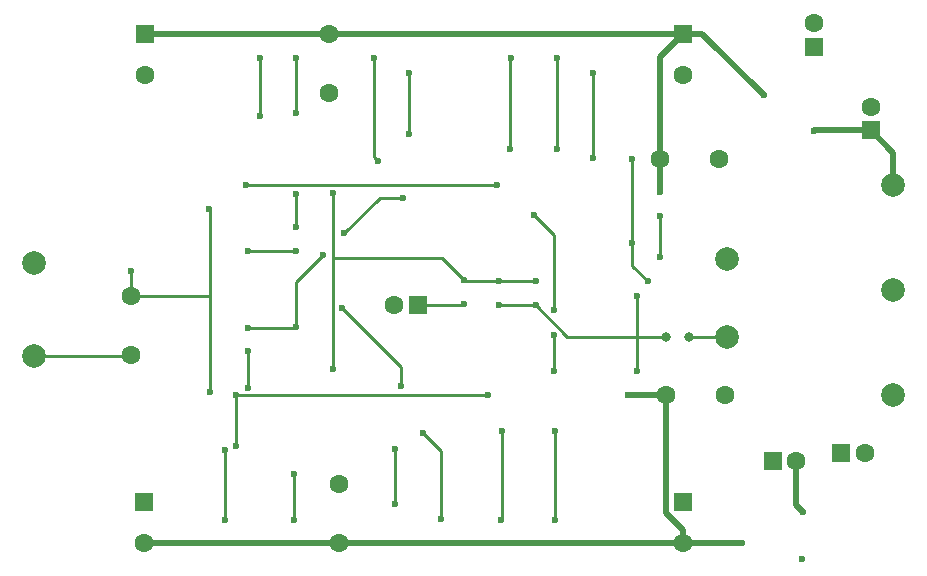
<source format=gbr>
G04 #@! TF.GenerationSoftware,KiCad,Pcbnew,(5.1.8-0-10_14)*
G04 #@! TF.CreationDate,2020-12-12T20:12:21+01:00*
G04 #@! TF.ProjectId,pre-amp-discret,7072652d-616d-4702-9d64-697363726574,rev?*
G04 #@! TF.SameCoordinates,Original*
G04 #@! TF.FileFunction,Copper,L2,Bot*
G04 #@! TF.FilePolarity,Positive*
%FSLAX46Y46*%
G04 Gerber Fmt 4.6, Leading zero omitted, Abs format (unit mm)*
G04 Created by KiCad (PCBNEW (5.1.8-0-10_14)) date 2020-12-12 20:12:21*
%MOMM*%
%LPD*%
G01*
G04 APERTURE LIST*
G04 #@! TA.AperFunction,ComponentPad*
%ADD10C,1.600000*%
G04 #@! TD*
G04 #@! TA.AperFunction,ComponentPad*
%ADD11R,1.600000X1.600000*%
G04 #@! TD*
G04 #@! TA.AperFunction,ComponentPad*
%ADD12C,2.000000*%
G04 #@! TD*
G04 #@! TA.AperFunction,ViaPad*
%ADD13C,0.600000*%
G04 #@! TD*
G04 #@! TA.AperFunction,ViaPad*
%ADD14C,0.800000*%
G04 #@! TD*
G04 #@! TA.AperFunction,Conductor*
%ADD15C,0.500000*%
G04 #@! TD*
G04 #@! TA.AperFunction,Conductor*
%ADD16C,0.250000*%
G04 #@! TD*
G04 APERTURE END LIST*
D10*
X156115000Y-123190000D03*
D11*
X158115000Y-123190000D03*
D10*
X134937500Y-143383000D03*
D11*
X134937500Y-139883000D03*
D10*
X135001000Y-103766500D03*
D11*
X135001000Y-100266500D03*
D10*
X180594000Y-143390500D03*
D11*
X180594000Y-139890500D03*
D10*
X180594000Y-103766500D03*
D11*
X180594000Y-100266500D03*
D10*
X190150500Y-136398000D03*
D11*
X188150500Y-136398000D03*
D10*
X195929000Y-135763000D03*
D11*
X193929000Y-135763000D03*
D10*
X191643000Y-99346000D03*
D11*
X191643000Y-101346000D03*
D10*
X196469000Y-106426000D03*
D11*
X196469000Y-108426000D03*
D10*
X151447500Y-138383000D03*
X151447500Y-143383000D03*
X150622000Y-100266500D03*
X150622000Y-105266500D03*
X184133500Y-130810000D03*
X179133500Y-130810000D03*
X178642000Y-110871000D03*
X183642000Y-110871000D03*
D12*
X184302400Y-119354600D03*
X184251600Y-125907800D03*
X198374000Y-121920000D03*
X125603000Y-127508000D03*
X198374000Y-130810000D03*
X125603000Y-119634000D03*
X198374000Y-113030000D03*
D10*
X133858000Y-127491500D03*
X133858000Y-122491500D03*
D13*
X144780000Y-100266500D03*
X147637500Y-100266500D03*
X154432000Y-100266500D03*
X157226000Y-100266500D03*
X165989000Y-100266500D03*
X169926000Y-100266500D03*
X172974000Y-100266500D03*
X178625500Y-113665000D03*
X187388500Y-105473500D03*
X140462000Y-115125500D03*
X140525500Y-130556000D03*
X133858000Y-120332500D03*
X141795500Y-143383000D03*
X147828000Y-143383000D03*
X156210000Y-143383000D03*
X160020000Y-143383000D03*
X165163500Y-143383000D03*
X169735500Y-143383000D03*
X175895000Y-130810000D03*
X185547000Y-143383000D03*
X161988500Y-123126500D03*
X142748000Y-135191500D03*
X164020500Y-130873500D03*
X142748000Y-130873500D03*
X191643000Y-108458000D03*
X190652400Y-144703800D03*
X190754000Y-140716000D03*
X157353000Y-108774500D03*
X157353000Y-103566500D03*
D14*
X181102000Y-125920500D03*
D13*
X143700500Y-130238500D03*
X143700500Y-127127000D03*
X141795500Y-135509000D03*
X141795500Y-141383000D03*
X143700500Y-125158500D03*
X147764500Y-125095000D03*
X150050500Y-118999000D03*
X151892000Y-117157500D03*
X156845000Y-114173000D03*
X154749500Y-110998000D03*
X154432000Y-102266500D03*
X147637500Y-137541000D03*
X147637500Y-141383000D03*
X165227000Y-133921500D03*
X165163500Y-141383000D03*
X169926000Y-110045500D03*
X169926000Y-102266500D03*
X178625500Y-119189500D03*
X178625500Y-115665000D03*
X150939500Y-128651000D03*
X150939500Y-113718500D03*
X168084500Y-121158000D03*
X164973000Y-121190000D03*
X161988500Y-121126500D03*
X176657000Y-122428000D03*
X176657000Y-128778000D03*
X168084500Y-123253500D03*
X164973000Y-123190000D03*
D14*
X179102000Y-125920500D03*
D13*
X169672000Y-128841500D03*
X169672000Y-125793500D03*
X169672000Y-123634500D03*
X167937000Y-115570000D03*
X164782500Y-113093500D03*
X143573500Y-113093500D03*
X156209500Y-135446000D03*
X156210000Y-140083000D03*
X172974000Y-103568500D03*
X172974000Y-110807500D03*
X176276000Y-110871000D03*
X177609500Y-121221500D03*
X176276000Y-117983000D03*
X165925500Y-110045500D03*
X165989000Y-102266500D03*
X169735500Y-133858000D03*
X169735500Y-141383000D03*
X144716500Y-107188000D03*
X144716500Y-102266500D03*
X143700500Y-118618000D03*
X147764500Y-118649500D03*
X151701500Y-123507500D03*
X156654500Y-130048000D03*
X160083500Y-141351000D03*
X158559500Y-134048500D03*
X147764500Y-106997500D03*
X147764500Y-102266500D03*
X147764500Y-113792000D03*
X147764500Y-116649500D03*
D15*
X157226000Y-100266500D02*
X157416500Y-100266500D01*
X154432000Y-100266500D02*
X157226000Y-100266500D01*
X150622000Y-100266500D02*
X154432000Y-100266500D01*
X135001000Y-100266500D02*
X144780000Y-100266500D01*
X144780000Y-100266500D02*
X147637500Y-100266500D01*
X147637500Y-100266500D02*
X147637500Y-100266500D01*
X144780000Y-100266500D02*
X144780000Y-100266500D01*
X147637500Y-100266500D02*
X150622000Y-100266500D01*
X154432000Y-100266500D02*
X154432000Y-100266500D01*
X157416500Y-100266500D02*
X165989000Y-100266500D01*
X157226000Y-100266500D02*
X157226000Y-100266500D01*
X165989000Y-100266500D02*
X169926000Y-100266500D01*
X169926000Y-100266500D02*
X172974000Y-100266500D01*
X172974000Y-100266500D02*
X180594000Y-100266500D01*
X178642000Y-102218500D02*
X178642000Y-110871000D01*
X180594000Y-100266500D02*
X178642000Y-102218500D01*
X178642000Y-113648500D02*
X178625500Y-113665000D01*
X178642000Y-110871000D02*
X178642000Y-113648500D01*
X182181500Y-100266500D02*
X187388500Y-105473500D01*
X180594000Y-100266500D02*
X182181500Y-100266500D01*
D16*
X133841500Y-127508000D02*
X133858000Y-127491500D01*
X125603000Y-127508000D02*
X133841500Y-127508000D01*
X140525500Y-115189000D02*
X140462000Y-115125500D01*
X140525500Y-122491500D02*
X140525500Y-115189000D01*
X140525500Y-130556000D02*
X140525500Y-122491500D01*
X133858000Y-122491500D02*
X140525500Y-122491500D01*
X133858000Y-122491500D02*
X133858000Y-120332500D01*
D15*
X135108001Y-143212499D02*
X134937500Y-143383000D01*
X134945000Y-143390500D02*
X134937500Y-143383000D01*
X141795500Y-143383000D02*
X141803000Y-143390500D01*
X141803000Y-143390500D02*
X134945000Y-143390500D01*
X180586500Y-143383000D02*
X180594000Y-143390500D01*
X141795500Y-143383000D02*
X141795500Y-143383000D01*
X141795500Y-143383000D02*
X147828000Y-143383000D01*
X147828000Y-143383000D02*
X156210000Y-143383000D01*
X156210000Y-143383000D02*
X160020000Y-143383000D01*
X160020000Y-143383000D02*
X165163500Y-143383000D01*
X165163500Y-143383000D02*
X169735500Y-143383000D01*
X169735500Y-143383000D02*
X180586500Y-143383000D01*
X179133500Y-140840002D02*
X180594000Y-142300502D01*
X180594000Y-142300502D02*
X180594000Y-143390500D01*
X179133500Y-130810000D02*
X179133500Y-140840002D01*
X179133500Y-130810000D02*
X175895000Y-130810000D01*
X185539500Y-143390500D02*
X185547000Y-143383000D01*
X180594000Y-143390500D02*
X185539500Y-143390500D01*
D16*
X161925000Y-123190000D02*
X161988500Y-123126500D01*
X158115000Y-123190000D02*
X161925000Y-123190000D01*
X164020500Y-130873500D02*
X142748000Y-130873500D01*
X142748000Y-135191500D02*
X142748000Y-130873500D01*
D15*
X191675000Y-108426000D02*
X191643000Y-108458000D01*
X196469000Y-108426000D02*
X191675000Y-108426000D01*
X198374000Y-110331000D02*
X196469000Y-108426000D01*
X198374000Y-113030000D02*
X198374000Y-110331000D01*
X190150500Y-140112500D02*
X190754000Y-140716000D01*
X190150500Y-136398000D02*
X190150500Y-140112500D01*
D16*
X157353000Y-108774500D02*
X157353000Y-103566500D01*
X184238900Y-125920500D02*
X184251600Y-125907800D01*
X181114700Y-125907800D02*
X181102000Y-125920500D01*
X184251600Y-125907800D02*
X181114700Y-125907800D01*
X143700500Y-130238500D02*
X143700500Y-127127000D01*
X141795500Y-135509000D02*
X141795500Y-141383000D01*
X147701000Y-125158500D02*
X147764500Y-125095000D01*
X143700500Y-125158500D02*
X147701000Y-125158500D01*
X147764500Y-121285000D02*
X150050500Y-118999000D01*
X147764500Y-125095000D02*
X147764500Y-121285000D01*
X154876500Y-114173000D02*
X156845000Y-114173000D01*
X151892000Y-117157500D02*
X154876500Y-114173000D01*
X154749500Y-110998000D02*
X154432000Y-110680500D01*
X154432000Y-110680500D02*
X154432000Y-102266500D01*
X147637500Y-137541000D02*
X147637500Y-141383000D01*
X165227000Y-141319500D02*
X165163500Y-141383000D01*
X165227000Y-133921500D02*
X165227000Y-141319500D01*
X169926000Y-110045500D02*
X169926000Y-102266500D01*
X178625500Y-119189500D02*
X178625500Y-115665000D01*
X150939500Y-114236500D02*
X150939500Y-113718500D01*
X150939500Y-119316500D02*
X150939500Y-128651000D01*
X165005000Y-121158000D02*
X164973000Y-121190000D01*
X168084500Y-121158000D02*
X165005000Y-121158000D01*
X162052000Y-121190000D02*
X161988500Y-121126500D01*
X164973000Y-121190000D02*
X162052000Y-121190000D01*
X161988500Y-121126500D02*
X161988500Y-121094500D01*
X160147000Y-119253000D02*
X150939500Y-119253000D01*
X150939500Y-119253000D02*
X150939500Y-119316500D01*
X161988500Y-121094500D02*
X160147000Y-119253000D01*
X150939500Y-114236500D02*
X150939500Y-119253000D01*
X176657000Y-126809500D02*
X176657000Y-128778000D01*
X176657000Y-122428000D02*
X176657000Y-124460000D01*
X176657000Y-125984000D02*
X176657000Y-126809500D01*
X176657000Y-125920500D02*
X176657000Y-125984000D01*
X176657000Y-124460000D02*
X176657000Y-125920500D01*
X176657000Y-125920500D02*
X178213000Y-125920500D01*
X170751500Y-125920500D02*
X168084500Y-123253500D01*
X176657000Y-125920500D02*
X170751500Y-125920500D01*
X165036500Y-123253500D02*
X164973000Y-123190000D01*
X168084500Y-123253500D02*
X165036500Y-123253500D01*
X178213000Y-125920500D02*
X179102000Y-125920500D01*
X169672000Y-128841500D02*
X169672000Y-125793500D01*
X169672000Y-117305000D02*
X167937000Y-115570000D01*
X169672000Y-123634500D02*
X169672000Y-117305000D01*
X164782500Y-113093500D02*
X143573500Y-113093500D01*
X156209500Y-140082500D02*
X156210000Y-140083000D01*
X156209500Y-135446000D02*
X156209500Y-140082500D01*
X172974000Y-103568500D02*
X172974000Y-110807500D01*
X176276000Y-119888000D02*
X176276000Y-117983000D01*
X177609500Y-121221500D02*
X176276000Y-119888000D01*
X176276000Y-110871000D02*
X176276000Y-117983000D01*
X165925500Y-102330000D02*
X165989000Y-102266500D01*
X165925500Y-110045500D02*
X165925500Y-102330000D01*
X169735500Y-133858000D02*
X169735500Y-141383000D01*
X144716500Y-107188000D02*
X144716500Y-102266500D01*
X147733000Y-118618000D02*
X147764500Y-118649500D01*
X143700500Y-118618000D02*
X147733000Y-118618000D01*
X151701500Y-123507500D02*
X156654500Y-128460500D01*
X156654500Y-128460500D02*
X156654500Y-130048000D01*
X160083500Y-135572500D02*
X158559500Y-134048500D01*
X160083500Y-141351000D02*
X160083500Y-135572500D01*
X147764500Y-106997500D02*
X147764500Y-102266500D01*
X147764500Y-113792000D02*
X147764500Y-116649500D01*
M02*

</source>
